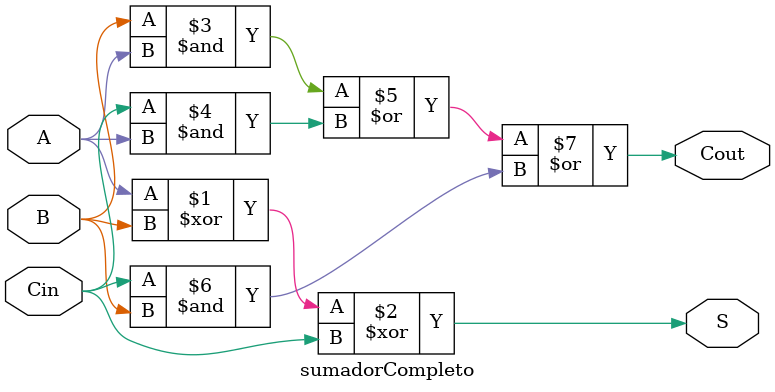
<source format=v>
module sumadorCompleto (
  Cin,
  A,
  B,
  S,
  Cout
);

  input Cin;
  input A;
  input B;
  output S;
  output Cout;

  assign S = A ^ B ^ Cin;
  assign Cout = (B & A) | (Cin & A) | (Cin & B);

endmodule

</source>
